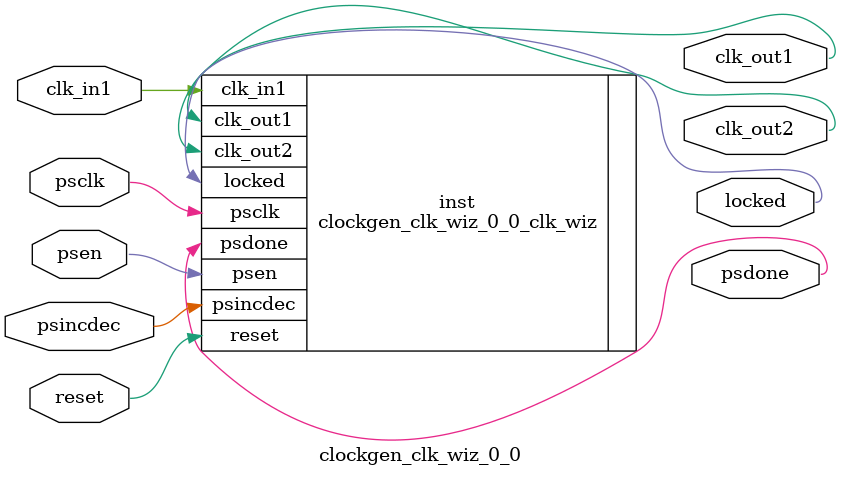
<source format=v>


`timescale 1ps/1ps

(* CORE_GENERATION_INFO = "clockgen_clk_wiz_0_0,clk_wiz_v6_0_15_0_0,{component_name=clockgen_clk_wiz_0_0,use_phase_alignment=false,use_min_o_jitter=false,use_max_i_jitter=false,use_dyn_phase_shift=true,use_inclk_switchover=false,use_dyn_reconfig=false,enable_axi=0,feedback_source=FDBK_AUTO,PRIMITIVE=MMCM,num_out_clk=2,clkin1_period=10.000,clkin2_period=10.000,use_power_down=false,use_reset=true,use_locked=true,use_inclk_stopped=false,feedback_type=SINGLE,CLOCK_MGR_TYPE=NA,manual_override=false}" *)

module clockgen_clk_wiz_0_0 
 (
  // Clock out ports
  output        clk_out1,
  output        clk_out2,
  // Dynamic phase shift ports
  input         psclk,
  input         psen,
  input         psincdec,
  output        psdone,
  // Status and control signals
  input         reset,
  output        locked,
 // Clock in ports
  input         clk_in1
 );

  clockgen_clk_wiz_0_0_clk_wiz inst
  (
  // Clock out ports  
  .clk_out1(clk_out1),
  .clk_out2(clk_out2),
  // Dynamic phase shift ports                
  .psclk(psclk),
  .psen(psen),
  .psincdec(psincdec),
  .psdone(psdone),
  // Status and control signals               
  .reset(reset), 
  .locked(locked),
 // Clock in ports
  .clk_in1(clk_in1)
  );

endmodule

</source>
